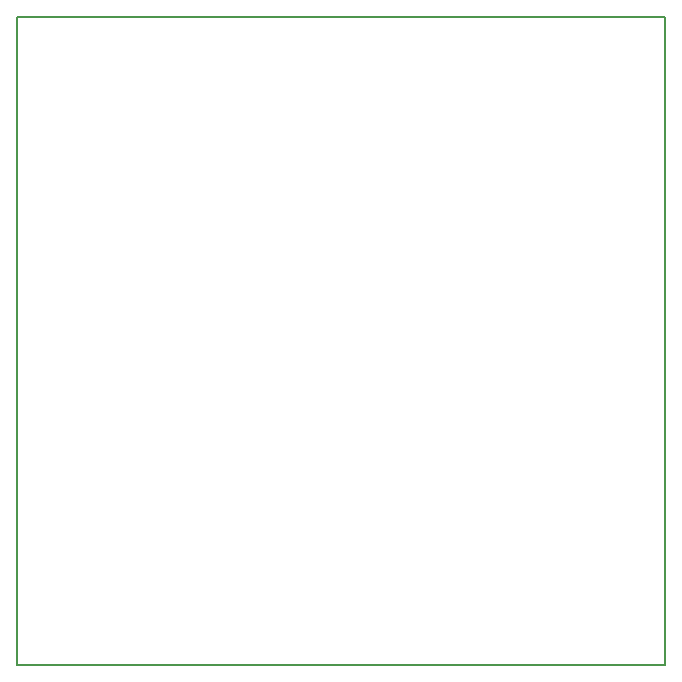
<source format=gm1>
G04 MADE WITH FRITZING*
G04 WWW.FRITZING.ORG*
G04 DOUBLE SIDED*
G04 HOLES PLATED*
G04 CONTOUR ON CENTER OF CONTOUR VECTOR*
%ASAXBY*%
%FSLAX23Y23*%
%MOIN*%
%OFA0B0*%
%SFA1.0B1.0*%
%ADD10R,2.165350X2.165350*%
%ADD11C,0.008000*%
%ADD10C,0.008*%
%LNCONTOUR*%
G90*
G70*
G54D10*
G54D11*
X4Y2161D02*
X2161Y2161D01*
X2161Y4D01*
X4Y4D01*
X4Y2161D01*
D02*
G04 End of contour*
M02*
</source>
